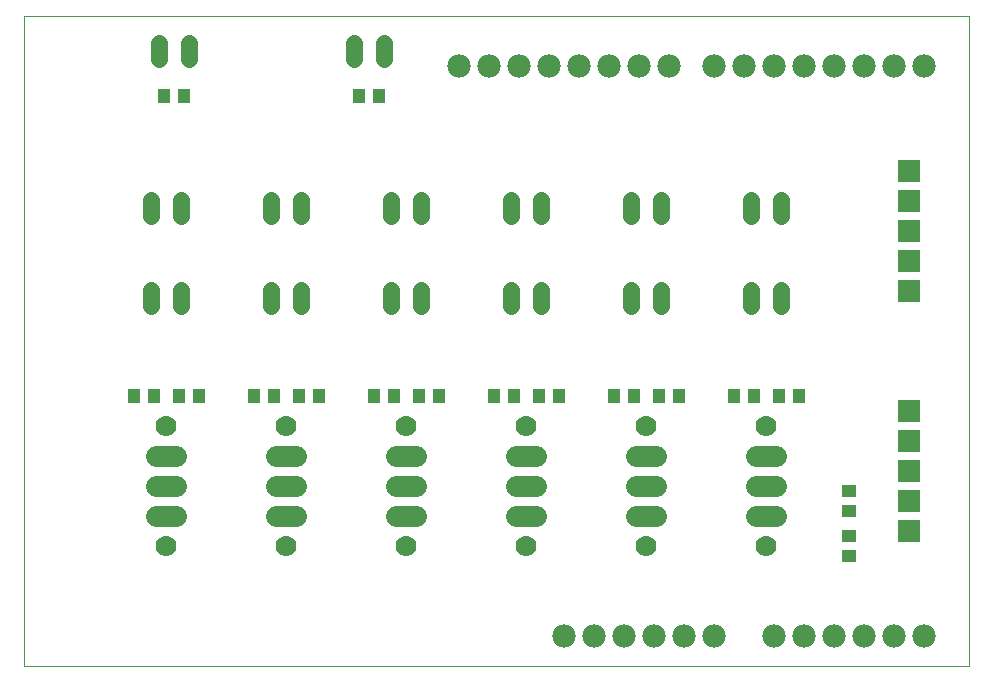
<source format=gts>
G75*
G70*
%OFA0B0*%
%FSLAX24Y24*%
%IPPOS*%
%LPD*%
%AMOC8*
5,1,8,0,0,1.08239X$1,22.5*
%
%ADD10C,0.0000*%
%ADD11R,0.0749X0.0749*%
%ADD12C,0.0560*%
%ADD13R,0.0434X0.0473*%
%ADD14C,0.0690*%
%ADD15C,0.0700*%
%ADD16C,0.0780*%
%ADD17R,0.0473X0.0434*%
D10*
X002180Y000680D02*
X002180Y022334D01*
X033676Y022334D01*
X033676Y000680D01*
X002180Y000680D01*
D11*
X031680Y005180D03*
X031680Y006180D03*
X031680Y007180D03*
X031680Y008180D03*
X031680Y009164D03*
X031680Y013180D03*
X031680Y014180D03*
X031680Y015180D03*
X031680Y016180D03*
X031680Y017164D03*
D12*
X027430Y016190D02*
X027430Y015670D01*
X026430Y015670D02*
X026430Y016190D01*
X023430Y016190D02*
X023430Y015670D01*
X022430Y015670D02*
X022430Y016190D01*
X019430Y016190D02*
X019430Y015670D01*
X018430Y015670D02*
X018430Y016190D01*
X015430Y016190D02*
X015430Y015670D01*
X014430Y015670D02*
X014430Y016190D01*
X011430Y016190D02*
X011430Y015670D01*
X010430Y015670D02*
X010430Y016190D01*
X007430Y016190D02*
X007430Y015670D01*
X006430Y015670D02*
X006430Y016190D01*
X006430Y013190D02*
X006430Y012670D01*
X007430Y012670D02*
X007430Y013190D01*
X010430Y013190D02*
X010430Y012670D01*
X011430Y012670D02*
X011430Y013190D01*
X014430Y013190D02*
X014430Y012670D01*
X015430Y012670D02*
X015430Y013190D01*
X018430Y013190D02*
X018430Y012670D01*
X019430Y012670D02*
X019430Y013190D01*
X022430Y013190D02*
X022430Y012670D01*
X023430Y012670D02*
X023430Y013190D01*
X026430Y013190D02*
X026430Y012670D01*
X027430Y012670D02*
X027430Y013190D01*
X014180Y020920D02*
X014180Y021440D01*
X013180Y021440D02*
X013180Y020920D01*
X007680Y020920D02*
X007680Y021440D01*
X006680Y021440D02*
X006680Y020920D01*
D13*
X006845Y019680D03*
X007515Y019680D03*
X013345Y019680D03*
X014015Y019680D03*
X013845Y009680D03*
X014515Y009680D03*
X015345Y009680D03*
X016015Y009680D03*
X017845Y009680D03*
X018515Y009680D03*
X019345Y009680D03*
X020015Y009680D03*
X021845Y009680D03*
X022515Y009680D03*
X023345Y009680D03*
X024015Y009680D03*
X025845Y009680D03*
X026515Y009680D03*
X027345Y009680D03*
X028015Y009680D03*
X012015Y009680D03*
X011345Y009680D03*
X010515Y009680D03*
X009845Y009680D03*
X008015Y009680D03*
X007345Y009680D03*
X006515Y009680D03*
X005845Y009680D03*
D14*
X006605Y007680D02*
X007255Y007680D01*
X007255Y006680D02*
X006605Y006680D01*
X006605Y005680D02*
X007255Y005680D01*
X010605Y005680D02*
X011255Y005680D01*
X011255Y006680D02*
X010605Y006680D01*
X010605Y007680D02*
X011255Y007680D01*
X014605Y007680D02*
X015255Y007680D01*
X015255Y006680D02*
X014605Y006680D01*
X014605Y005680D02*
X015255Y005680D01*
X018605Y005680D02*
X019255Y005680D01*
X019255Y006680D02*
X018605Y006680D01*
X018605Y007680D02*
X019255Y007680D01*
X022605Y007680D02*
X023255Y007680D01*
X023255Y006680D02*
X022605Y006680D01*
X022605Y005680D02*
X023255Y005680D01*
X026605Y005680D02*
X027255Y005680D01*
X027255Y006680D02*
X026605Y006680D01*
X026605Y007680D02*
X027255Y007680D01*
D15*
X026930Y008680D03*
X022930Y008680D03*
X018930Y008680D03*
X014930Y008680D03*
X010930Y008680D03*
X006930Y008680D03*
X006930Y004680D03*
X010930Y004680D03*
X014930Y004680D03*
X018930Y004680D03*
X022930Y004680D03*
X026930Y004680D03*
D16*
X027180Y001680D03*
X028180Y001680D03*
X029180Y001680D03*
X030180Y001680D03*
X031180Y001680D03*
X032180Y001680D03*
X025180Y001680D03*
X024180Y001680D03*
X023180Y001680D03*
X022180Y001680D03*
X021180Y001680D03*
X020180Y001680D03*
X019680Y020680D03*
X018680Y020680D03*
X017680Y020680D03*
X016680Y020680D03*
X020680Y020680D03*
X021680Y020680D03*
X022680Y020680D03*
X023680Y020680D03*
X025180Y020680D03*
X026180Y020680D03*
X027180Y020680D03*
X028180Y020680D03*
X029180Y020680D03*
X030180Y020680D03*
X031180Y020680D03*
X032180Y020680D03*
D17*
X029680Y006515D03*
X029680Y005845D03*
X029680Y005015D03*
X029680Y004345D03*
M02*

</source>
